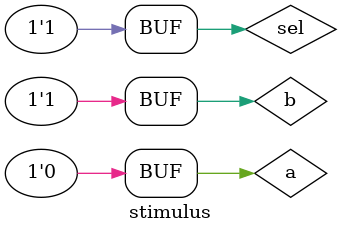
<source format=v>
`timescale 1ns / 1ps


module GateDelayandTriState(a, b, out, sel);
input a, b, sel;
output out;
bufif1 #(3,4,5) g1(out, a, ~sel); // rise, fall, turnoff
bufif1 #(2:3:4, 5:6:7, 8:9:10) g2(out, b, sel); // rise(min, typ, max), fall(..), turnoff(..)
endmodule

module stimulus;
reg a, b, sel;
wire out;
GateDelayandTriState uut(a, b, out, sel);
initial
begin
    a = 1'b0;
    b = 1'b1;   
    sel = 1'b0;
    #20 sel = 1'b1;
end
endmodule

</source>
